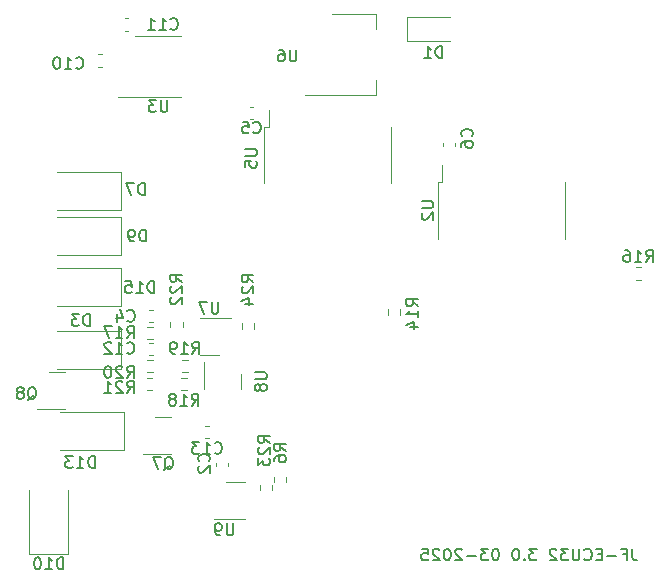
<source format=gbr>
%TF.GenerationSoftware,KiCad,Pcbnew,7.0.11-rc3*%
%TF.CreationDate,2025-03-19T02:12:51+01:00*%
%TF.ProjectId,jf-ecu32.7,6a662d65-6375-4333-922e-372e6b696361,rev?*%
%TF.SameCoordinates,Original*%
%TF.FileFunction,Legend,Bot*%
%TF.FilePolarity,Positive*%
%FSLAX46Y46*%
G04 Gerber Fmt 4.6, Leading zero omitted, Abs format (unit mm)*
G04 Created by KiCad (PCBNEW 7.0.11-rc3) date 2025-03-19 02:12:51*
%MOMM*%
%LPD*%
G01*
G04 APERTURE LIST*
%ADD10C,0.150000*%
%ADD11C,0.120000*%
G04 APERTURE END LIST*
D10*
X77201904Y-196004819D02*
X77201904Y-196719104D01*
X77201904Y-196719104D02*
X77249523Y-196861961D01*
X77249523Y-196861961D02*
X77344761Y-196957200D01*
X77344761Y-196957200D02*
X77487618Y-197004819D01*
X77487618Y-197004819D02*
X77582856Y-197004819D01*
X76392380Y-196481009D02*
X76725713Y-196481009D01*
X76725713Y-197004819D02*
X76725713Y-196004819D01*
X76725713Y-196004819D02*
X76249523Y-196004819D01*
X75868570Y-196623866D02*
X75106666Y-196623866D01*
X74630475Y-196481009D02*
X74297142Y-196481009D01*
X74154285Y-197004819D02*
X74630475Y-197004819D01*
X74630475Y-197004819D02*
X74630475Y-196004819D01*
X74630475Y-196004819D02*
X74154285Y-196004819D01*
X73154285Y-196909580D02*
X73201904Y-196957200D01*
X73201904Y-196957200D02*
X73344761Y-197004819D01*
X73344761Y-197004819D02*
X73439999Y-197004819D01*
X73439999Y-197004819D02*
X73582856Y-196957200D01*
X73582856Y-196957200D02*
X73678094Y-196861961D01*
X73678094Y-196861961D02*
X73725713Y-196766723D01*
X73725713Y-196766723D02*
X73773332Y-196576247D01*
X73773332Y-196576247D02*
X73773332Y-196433390D01*
X73773332Y-196433390D02*
X73725713Y-196242914D01*
X73725713Y-196242914D02*
X73678094Y-196147676D01*
X73678094Y-196147676D02*
X73582856Y-196052438D01*
X73582856Y-196052438D02*
X73439999Y-196004819D01*
X73439999Y-196004819D02*
X73344761Y-196004819D01*
X73344761Y-196004819D02*
X73201904Y-196052438D01*
X73201904Y-196052438D02*
X73154285Y-196100057D01*
X72725713Y-196004819D02*
X72725713Y-196814342D01*
X72725713Y-196814342D02*
X72678094Y-196909580D01*
X72678094Y-196909580D02*
X72630475Y-196957200D01*
X72630475Y-196957200D02*
X72535237Y-197004819D01*
X72535237Y-197004819D02*
X72344761Y-197004819D01*
X72344761Y-197004819D02*
X72249523Y-196957200D01*
X72249523Y-196957200D02*
X72201904Y-196909580D01*
X72201904Y-196909580D02*
X72154285Y-196814342D01*
X72154285Y-196814342D02*
X72154285Y-196004819D01*
X71773332Y-196004819D02*
X71154285Y-196004819D01*
X71154285Y-196004819D02*
X71487618Y-196385771D01*
X71487618Y-196385771D02*
X71344761Y-196385771D01*
X71344761Y-196385771D02*
X71249523Y-196433390D01*
X71249523Y-196433390D02*
X71201904Y-196481009D01*
X71201904Y-196481009D02*
X71154285Y-196576247D01*
X71154285Y-196576247D02*
X71154285Y-196814342D01*
X71154285Y-196814342D02*
X71201904Y-196909580D01*
X71201904Y-196909580D02*
X71249523Y-196957200D01*
X71249523Y-196957200D02*
X71344761Y-197004819D01*
X71344761Y-197004819D02*
X71630475Y-197004819D01*
X71630475Y-197004819D02*
X71725713Y-196957200D01*
X71725713Y-196957200D02*
X71773332Y-196909580D01*
X70773332Y-196100057D02*
X70725713Y-196052438D01*
X70725713Y-196052438D02*
X70630475Y-196004819D01*
X70630475Y-196004819D02*
X70392380Y-196004819D01*
X70392380Y-196004819D02*
X70297142Y-196052438D01*
X70297142Y-196052438D02*
X70249523Y-196100057D01*
X70249523Y-196100057D02*
X70201904Y-196195295D01*
X70201904Y-196195295D02*
X70201904Y-196290533D01*
X70201904Y-196290533D02*
X70249523Y-196433390D01*
X70249523Y-196433390D02*
X70820951Y-197004819D01*
X70820951Y-197004819D02*
X70201904Y-197004819D01*
X69106665Y-196004819D02*
X68487618Y-196004819D01*
X68487618Y-196004819D02*
X68820951Y-196385771D01*
X68820951Y-196385771D02*
X68678094Y-196385771D01*
X68678094Y-196385771D02*
X68582856Y-196433390D01*
X68582856Y-196433390D02*
X68535237Y-196481009D01*
X68535237Y-196481009D02*
X68487618Y-196576247D01*
X68487618Y-196576247D02*
X68487618Y-196814342D01*
X68487618Y-196814342D02*
X68535237Y-196909580D01*
X68535237Y-196909580D02*
X68582856Y-196957200D01*
X68582856Y-196957200D02*
X68678094Y-197004819D01*
X68678094Y-197004819D02*
X68963808Y-197004819D01*
X68963808Y-197004819D02*
X69059046Y-196957200D01*
X69059046Y-196957200D02*
X69106665Y-196909580D01*
X68059046Y-196909580D02*
X68011427Y-196957200D01*
X68011427Y-196957200D02*
X68059046Y-197004819D01*
X68059046Y-197004819D02*
X68106665Y-196957200D01*
X68106665Y-196957200D02*
X68059046Y-196909580D01*
X68059046Y-196909580D02*
X68059046Y-197004819D01*
X67392380Y-196004819D02*
X67297142Y-196004819D01*
X67297142Y-196004819D02*
X67201904Y-196052438D01*
X67201904Y-196052438D02*
X67154285Y-196100057D01*
X67154285Y-196100057D02*
X67106666Y-196195295D01*
X67106666Y-196195295D02*
X67059047Y-196385771D01*
X67059047Y-196385771D02*
X67059047Y-196623866D01*
X67059047Y-196623866D02*
X67106666Y-196814342D01*
X67106666Y-196814342D02*
X67154285Y-196909580D01*
X67154285Y-196909580D02*
X67201904Y-196957200D01*
X67201904Y-196957200D02*
X67297142Y-197004819D01*
X67297142Y-197004819D02*
X67392380Y-197004819D01*
X67392380Y-197004819D02*
X67487618Y-196957200D01*
X67487618Y-196957200D02*
X67535237Y-196909580D01*
X67535237Y-196909580D02*
X67582856Y-196814342D01*
X67582856Y-196814342D02*
X67630475Y-196623866D01*
X67630475Y-196623866D02*
X67630475Y-196385771D01*
X67630475Y-196385771D02*
X67582856Y-196195295D01*
X67582856Y-196195295D02*
X67535237Y-196100057D01*
X67535237Y-196100057D02*
X67487618Y-196052438D01*
X67487618Y-196052438D02*
X67392380Y-196004819D01*
X65678094Y-196004819D02*
X65582856Y-196004819D01*
X65582856Y-196004819D02*
X65487618Y-196052438D01*
X65487618Y-196052438D02*
X65439999Y-196100057D01*
X65439999Y-196100057D02*
X65392380Y-196195295D01*
X65392380Y-196195295D02*
X65344761Y-196385771D01*
X65344761Y-196385771D02*
X65344761Y-196623866D01*
X65344761Y-196623866D02*
X65392380Y-196814342D01*
X65392380Y-196814342D02*
X65439999Y-196909580D01*
X65439999Y-196909580D02*
X65487618Y-196957200D01*
X65487618Y-196957200D02*
X65582856Y-197004819D01*
X65582856Y-197004819D02*
X65678094Y-197004819D01*
X65678094Y-197004819D02*
X65773332Y-196957200D01*
X65773332Y-196957200D02*
X65820951Y-196909580D01*
X65820951Y-196909580D02*
X65868570Y-196814342D01*
X65868570Y-196814342D02*
X65916189Y-196623866D01*
X65916189Y-196623866D02*
X65916189Y-196385771D01*
X65916189Y-196385771D02*
X65868570Y-196195295D01*
X65868570Y-196195295D02*
X65820951Y-196100057D01*
X65820951Y-196100057D02*
X65773332Y-196052438D01*
X65773332Y-196052438D02*
X65678094Y-196004819D01*
X65011427Y-196004819D02*
X64392380Y-196004819D01*
X64392380Y-196004819D02*
X64725713Y-196385771D01*
X64725713Y-196385771D02*
X64582856Y-196385771D01*
X64582856Y-196385771D02*
X64487618Y-196433390D01*
X64487618Y-196433390D02*
X64439999Y-196481009D01*
X64439999Y-196481009D02*
X64392380Y-196576247D01*
X64392380Y-196576247D02*
X64392380Y-196814342D01*
X64392380Y-196814342D02*
X64439999Y-196909580D01*
X64439999Y-196909580D02*
X64487618Y-196957200D01*
X64487618Y-196957200D02*
X64582856Y-197004819D01*
X64582856Y-197004819D02*
X64868570Y-197004819D01*
X64868570Y-197004819D02*
X64963808Y-196957200D01*
X64963808Y-196957200D02*
X65011427Y-196909580D01*
X63963808Y-196623866D02*
X63201904Y-196623866D01*
X62773332Y-196100057D02*
X62725713Y-196052438D01*
X62725713Y-196052438D02*
X62630475Y-196004819D01*
X62630475Y-196004819D02*
X62392380Y-196004819D01*
X62392380Y-196004819D02*
X62297142Y-196052438D01*
X62297142Y-196052438D02*
X62249523Y-196100057D01*
X62249523Y-196100057D02*
X62201904Y-196195295D01*
X62201904Y-196195295D02*
X62201904Y-196290533D01*
X62201904Y-196290533D02*
X62249523Y-196433390D01*
X62249523Y-196433390D02*
X62820951Y-197004819D01*
X62820951Y-197004819D02*
X62201904Y-197004819D01*
X61582856Y-196004819D02*
X61487618Y-196004819D01*
X61487618Y-196004819D02*
X61392380Y-196052438D01*
X61392380Y-196052438D02*
X61344761Y-196100057D01*
X61344761Y-196100057D02*
X61297142Y-196195295D01*
X61297142Y-196195295D02*
X61249523Y-196385771D01*
X61249523Y-196385771D02*
X61249523Y-196623866D01*
X61249523Y-196623866D02*
X61297142Y-196814342D01*
X61297142Y-196814342D02*
X61344761Y-196909580D01*
X61344761Y-196909580D02*
X61392380Y-196957200D01*
X61392380Y-196957200D02*
X61487618Y-197004819D01*
X61487618Y-197004819D02*
X61582856Y-197004819D01*
X61582856Y-197004819D02*
X61678094Y-196957200D01*
X61678094Y-196957200D02*
X61725713Y-196909580D01*
X61725713Y-196909580D02*
X61773332Y-196814342D01*
X61773332Y-196814342D02*
X61820951Y-196623866D01*
X61820951Y-196623866D02*
X61820951Y-196385771D01*
X61820951Y-196385771D02*
X61773332Y-196195295D01*
X61773332Y-196195295D02*
X61725713Y-196100057D01*
X61725713Y-196100057D02*
X61678094Y-196052438D01*
X61678094Y-196052438D02*
X61582856Y-196004819D01*
X60868570Y-196100057D02*
X60820951Y-196052438D01*
X60820951Y-196052438D02*
X60725713Y-196004819D01*
X60725713Y-196004819D02*
X60487618Y-196004819D01*
X60487618Y-196004819D02*
X60392380Y-196052438D01*
X60392380Y-196052438D02*
X60344761Y-196100057D01*
X60344761Y-196100057D02*
X60297142Y-196195295D01*
X60297142Y-196195295D02*
X60297142Y-196290533D01*
X60297142Y-196290533D02*
X60344761Y-196433390D01*
X60344761Y-196433390D02*
X60916189Y-197004819D01*
X60916189Y-197004819D02*
X60297142Y-197004819D01*
X59392380Y-196004819D02*
X59868570Y-196004819D01*
X59868570Y-196004819D02*
X59916189Y-196481009D01*
X59916189Y-196481009D02*
X59868570Y-196433390D01*
X59868570Y-196433390D02*
X59773332Y-196385771D01*
X59773332Y-196385771D02*
X59535237Y-196385771D01*
X59535237Y-196385771D02*
X59439999Y-196433390D01*
X59439999Y-196433390D02*
X59392380Y-196481009D01*
X59392380Y-196481009D02*
X59344761Y-196576247D01*
X59344761Y-196576247D02*
X59344761Y-196814342D01*
X59344761Y-196814342D02*
X59392380Y-196909580D01*
X59392380Y-196909580D02*
X59439999Y-196957200D01*
X59439999Y-196957200D02*
X59535237Y-197004819D01*
X59535237Y-197004819D02*
X59773332Y-197004819D01*
X59773332Y-197004819D02*
X59868570Y-196957200D01*
X59868570Y-196957200D02*
X59916189Y-196909580D01*
X46524819Y-187057142D02*
X46048628Y-186723809D01*
X46524819Y-186485714D02*
X45524819Y-186485714D01*
X45524819Y-186485714D02*
X45524819Y-186866666D01*
X45524819Y-186866666D02*
X45572438Y-186961904D01*
X45572438Y-186961904D02*
X45620057Y-187009523D01*
X45620057Y-187009523D02*
X45715295Y-187057142D01*
X45715295Y-187057142D02*
X45858152Y-187057142D01*
X45858152Y-187057142D02*
X45953390Y-187009523D01*
X45953390Y-187009523D02*
X46001009Y-186961904D01*
X46001009Y-186961904D02*
X46048628Y-186866666D01*
X46048628Y-186866666D02*
X46048628Y-186485714D01*
X45620057Y-187438095D02*
X45572438Y-187485714D01*
X45572438Y-187485714D02*
X45524819Y-187580952D01*
X45524819Y-187580952D02*
X45524819Y-187819047D01*
X45524819Y-187819047D02*
X45572438Y-187914285D01*
X45572438Y-187914285D02*
X45620057Y-187961904D01*
X45620057Y-187961904D02*
X45715295Y-188009523D01*
X45715295Y-188009523D02*
X45810533Y-188009523D01*
X45810533Y-188009523D02*
X45953390Y-187961904D01*
X45953390Y-187961904D02*
X46524819Y-187390476D01*
X46524819Y-187390476D02*
X46524819Y-188009523D01*
X45524819Y-188342857D02*
X45524819Y-188961904D01*
X45524819Y-188961904D02*
X45905771Y-188628571D01*
X45905771Y-188628571D02*
X45905771Y-188771428D01*
X45905771Y-188771428D02*
X45953390Y-188866666D01*
X45953390Y-188866666D02*
X46001009Y-188914285D01*
X46001009Y-188914285D02*
X46096247Y-188961904D01*
X46096247Y-188961904D02*
X46334342Y-188961904D01*
X46334342Y-188961904D02*
X46429580Y-188914285D01*
X46429580Y-188914285D02*
X46477200Y-188866666D01*
X46477200Y-188866666D02*
X46524819Y-188771428D01*
X46524819Y-188771428D02*
X46524819Y-188485714D01*
X46524819Y-188485714D02*
X46477200Y-188390476D01*
X46477200Y-188390476D02*
X46429580Y-188342857D01*
X36044094Y-169999819D02*
X36044094Y-168999819D01*
X36044094Y-168999819D02*
X35805999Y-168999819D01*
X35805999Y-168999819D02*
X35663142Y-169047438D01*
X35663142Y-169047438D02*
X35567904Y-169142676D01*
X35567904Y-169142676D02*
X35520285Y-169237914D01*
X35520285Y-169237914D02*
X35472666Y-169428390D01*
X35472666Y-169428390D02*
X35472666Y-169571247D01*
X35472666Y-169571247D02*
X35520285Y-169761723D01*
X35520285Y-169761723D02*
X35567904Y-169856961D01*
X35567904Y-169856961D02*
X35663142Y-169952200D01*
X35663142Y-169952200D02*
X35805999Y-169999819D01*
X35805999Y-169999819D02*
X36044094Y-169999819D01*
X34996475Y-169999819D02*
X34805999Y-169999819D01*
X34805999Y-169999819D02*
X34710761Y-169952200D01*
X34710761Y-169952200D02*
X34663142Y-169904580D01*
X34663142Y-169904580D02*
X34567904Y-169761723D01*
X34567904Y-169761723D02*
X34520285Y-169571247D01*
X34520285Y-169571247D02*
X34520285Y-169190295D01*
X34520285Y-169190295D02*
X34567904Y-169095057D01*
X34567904Y-169095057D02*
X34615523Y-169047438D01*
X34615523Y-169047438D02*
X34710761Y-168999819D01*
X34710761Y-168999819D02*
X34901237Y-168999819D01*
X34901237Y-168999819D02*
X34996475Y-169047438D01*
X34996475Y-169047438D02*
X35044094Y-169095057D01*
X35044094Y-169095057D02*
X35091713Y-169190295D01*
X35091713Y-169190295D02*
X35091713Y-169428390D01*
X35091713Y-169428390D02*
X35044094Y-169523628D01*
X35044094Y-169523628D02*
X34996475Y-169571247D01*
X34996475Y-169571247D02*
X34901237Y-169618866D01*
X34901237Y-169618866D02*
X34710761Y-169618866D01*
X34710761Y-169618866D02*
X34615523Y-169571247D01*
X34615523Y-169571247D02*
X34567904Y-169523628D01*
X34567904Y-169523628D02*
X34520285Y-169428390D01*
X61116094Y-154473819D02*
X61116094Y-153473819D01*
X61116094Y-153473819D02*
X60877999Y-153473819D01*
X60877999Y-153473819D02*
X60735142Y-153521438D01*
X60735142Y-153521438D02*
X60639904Y-153616676D01*
X60639904Y-153616676D02*
X60592285Y-153711914D01*
X60592285Y-153711914D02*
X60544666Y-153902390D01*
X60544666Y-153902390D02*
X60544666Y-154045247D01*
X60544666Y-154045247D02*
X60592285Y-154235723D01*
X60592285Y-154235723D02*
X60639904Y-154330961D01*
X60639904Y-154330961D02*
X60735142Y-154426200D01*
X60735142Y-154426200D02*
X60877999Y-154473819D01*
X60877999Y-154473819D02*
X61116094Y-154473819D01*
X59592285Y-154473819D02*
X60163713Y-154473819D01*
X59877999Y-154473819D02*
X59877999Y-153473819D01*
X59877999Y-153473819D02*
X59973237Y-153616676D01*
X59973237Y-153616676D02*
X60068475Y-153711914D01*
X60068475Y-153711914D02*
X60163713Y-153759533D01*
X42169404Y-175108819D02*
X42169404Y-175918342D01*
X42169404Y-175918342D02*
X42121785Y-176013580D01*
X42121785Y-176013580D02*
X42074166Y-176061200D01*
X42074166Y-176061200D02*
X41978928Y-176108819D01*
X41978928Y-176108819D02*
X41788452Y-176108819D01*
X41788452Y-176108819D02*
X41693214Y-176061200D01*
X41693214Y-176061200D02*
X41645595Y-176013580D01*
X41645595Y-176013580D02*
X41597976Y-175918342D01*
X41597976Y-175918342D02*
X41597976Y-175108819D01*
X41217023Y-175108819D02*
X40550357Y-175108819D01*
X40550357Y-175108819D02*
X40978928Y-176108819D01*
X45251819Y-181089595D02*
X46061342Y-181089595D01*
X46061342Y-181089595D02*
X46156580Y-181137214D01*
X46156580Y-181137214D02*
X46204200Y-181184833D01*
X46204200Y-181184833D02*
X46251819Y-181280071D01*
X46251819Y-181280071D02*
X46251819Y-181470547D01*
X46251819Y-181470547D02*
X46204200Y-181565785D01*
X46204200Y-181565785D02*
X46156580Y-181613404D01*
X46156580Y-181613404D02*
X46061342Y-181661023D01*
X46061342Y-181661023D02*
X45251819Y-181661023D01*
X45680390Y-182280071D02*
X45632771Y-182184833D01*
X45632771Y-182184833D02*
X45585152Y-182137214D01*
X45585152Y-182137214D02*
X45489914Y-182089595D01*
X45489914Y-182089595D02*
X45442295Y-182089595D01*
X45442295Y-182089595D02*
X45347057Y-182137214D01*
X45347057Y-182137214D02*
X45299438Y-182184833D01*
X45299438Y-182184833D02*
X45251819Y-182280071D01*
X45251819Y-182280071D02*
X45251819Y-182470547D01*
X45251819Y-182470547D02*
X45299438Y-182565785D01*
X45299438Y-182565785D02*
X45347057Y-182613404D01*
X45347057Y-182613404D02*
X45442295Y-182661023D01*
X45442295Y-182661023D02*
X45489914Y-182661023D01*
X45489914Y-182661023D02*
X45585152Y-182613404D01*
X45585152Y-182613404D02*
X45632771Y-182565785D01*
X45632771Y-182565785D02*
X45680390Y-182470547D01*
X45680390Y-182470547D02*
X45680390Y-182280071D01*
X45680390Y-182280071D02*
X45728009Y-182184833D01*
X45728009Y-182184833D02*
X45775628Y-182137214D01*
X45775628Y-182137214D02*
X45870866Y-182089595D01*
X45870866Y-182089595D02*
X46061342Y-182089595D01*
X46061342Y-182089595D02*
X46156580Y-182137214D01*
X46156580Y-182137214D02*
X46204200Y-182184833D01*
X46204200Y-182184833D02*
X46251819Y-182280071D01*
X46251819Y-182280071D02*
X46251819Y-182470547D01*
X46251819Y-182470547D02*
X46204200Y-182565785D01*
X46204200Y-182565785D02*
X46156580Y-182613404D01*
X46156580Y-182613404D02*
X46061342Y-182661023D01*
X46061342Y-182661023D02*
X45870866Y-182661023D01*
X45870866Y-182661023D02*
X45775628Y-182613404D01*
X45775628Y-182613404D02*
X45728009Y-182565785D01*
X45728009Y-182565785D02*
X45680390Y-182470547D01*
X37845904Y-158048819D02*
X37845904Y-158858342D01*
X37845904Y-158858342D02*
X37798285Y-158953580D01*
X37798285Y-158953580D02*
X37750666Y-159001200D01*
X37750666Y-159001200D02*
X37655428Y-159048819D01*
X37655428Y-159048819D02*
X37464952Y-159048819D01*
X37464952Y-159048819D02*
X37369714Y-159001200D01*
X37369714Y-159001200D02*
X37322095Y-158953580D01*
X37322095Y-158953580D02*
X37274476Y-158858342D01*
X37274476Y-158858342D02*
X37274476Y-158048819D01*
X36893523Y-158048819D02*
X36274476Y-158048819D01*
X36274476Y-158048819D02*
X36607809Y-158429771D01*
X36607809Y-158429771D02*
X36464952Y-158429771D01*
X36464952Y-158429771D02*
X36369714Y-158477390D01*
X36369714Y-158477390D02*
X36322095Y-158525009D01*
X36322095Y-158525009D02*
X36274476Y-158620247D01*
X36274476Y-158620247D02*
X36274476Y-158858342D01*
X36274476Y-158858342D02*
X36322095Y-158953580D01*
X36322095Y-158953580D02*
X36369714Y-159001200D01*
X36369714Y-159001200D02*
X36464952Y-159048819D01*
X36464952Y-159048819D02*
X36750666Y-159048819D01*
X36750666Y-159048819D02*
X36845904Y-159001200D01*
X36845904Y-159001200D02*
X36893523Y-158953580D01*
X41349580Y-188628333D02*
X41397200Y-188580714D01*
X41397200Y-188580714D02*
X41444819Y-188437857D01*
X41444819Y-188437857D02*
X41444819Y-188342619D01*
X41444819Y-188342619D02*
X41397200Y-188199762D01*
X41397200Y-188199762D02*
X41301961Y-188104524D01*
X41301961Y-188104524D02*
X41206723Y-188056905D01*
X41206723Y-188056905D02*
X41016247Y-188009286D01*
X41016247Y-188009286D02*
X40873390Y-188009286D01*
X40873390Y-188009286D02*
X40682914Y-188056905D01*
X40682914Y-188056905D02*
X40587676Y-188104524D01*
X40587676Y-188104524D02*
X40492438Y-188199762D01*
X40492438Y-188199762D02*
X40444819Y-188342619D01*
X40444819Y-188342619D02*
X40444819Y-188437857D01*
X40444819Y-188437857D02*
X40492438Y-188580714D01*
X40492438Y-188580714D02*
X40540057Y-188628333D01*
X40540057Y-189009286D02*
X40492438Y-189056905D01*
X40492438Y-189056905D02*
X40444819Y-189152143D01*
X40444819Y-189152143D02*
X40444819Y-189390238D01*
X40444819Y-189390238D02*
X40492438Y-189485476D01*
X40492438Y-189485476D02*
X40540057Y-189533095D01*
X40540057Y-189533095D02*
X40635295Y-189580714D01*
X40635295Y-189580714D02*
X40730533Y-189580714D01*
X40730533Y-189580714D02*
X40873390Y-189533095D01*
X40873390Y-189533095D02*
X41444819Y-188961667D01*
X41444819Y-188961667D02*
X41444819Y-189580714D01*
X29034285Y-197754819D02*
X29034285Y-196754819D01*
X29034285Y-196754819D02*
X28796190Y-196754819D01*
X28796190Y-196754819D02*
X28653333Y-196802438D01*
X28653333Y-196802438D02*
X28558095Y-196897676D01*
X28558095Y-196897676D02*
X28510476Y-196992914D01*
X28510476Y-196992914D02*
X28462857Y-197183390D01*
X28462857Y-197183390D02*
X28462857Y-197326247D01*
X28462857Y-197326247D02*
X28510476Y-197516723D01*
X28510476Y-197516723D02*
X28558095Y-197611961D01*
X28558095Y-197611961D02*
X28653333Y-197707200D01*
X28653333Y-197707200D02*
X28796190Y-197754819D01*
X28796190Y-197754819D02*
X29034285Y-197754819D01*
X27510476Y-197754819D02*
X28081904Y-197754819D01*
X27796190Y-197754819D02*
X27796190Y-196754819D01*
X27796190Y-196754819D02*
X27891428Y-196897676D01*
X27891428Y-196897676D02*
X27986666Y-196992914D01*
X27986666Y-196992914D02*
X28081904Y-197040533D01*
X26891428Y-196754819D02*
X26796190Y-196754819D01*
X26796190Y-196754819D02*
X26700952Y-196802438D01*
X26700952Y-196802438D02*
X26653333Y-196850057D01*
X26653333Y-196850057D02*
X26605714Y-196945295D01*
X26605714Y-196945295D02*
X26558095Y-197135771D01*
X26558095Y-197135771D02*
X26558095Y-197373866D01*
X26558095Y-197373866D02*
X26605714Y-197564342D01*
X26605714Y-197564342D02*
X26653333Y-197659580D01*
X26653333Y-197659580D02*
X26700952Y-197707200D01*
X26700952Y-197707200D02*
X26796190Y-197754819D01*
X26796190Y-197754819D02*
X26891428Y-197754819D01*
X26891428Y-197754819D02*
X26986666Y-197707200D01*
X26986666Y-197707200D02*
X27034285Y-197659580D01*
X27034285Y-197659580D02*
X27081904Y-197564342D01*
X27081904Y-197564342D02*
X27129523Y-197373866D01*
X27129523Y-197373866D02*
X27129523Y-197135771D01*
X27129523Y-197135771D02*
X27081904Y-196945295D01*
X27081904Y-196945295D02*
X27034285Y-196850057D01*
X27034285Y-196850057D02*
X26986666Y-196802438D01*
X26986666Y-196802438D02*
X26891428Y-196754819D01*
X45111666Y-160760580D02*
X45159285Y-160808200D01*
X45159285Y-160808200D02*
X45302142Y-160855819D01*
X45302142Y-160855819D02*
X45397380Y-160855819D01*
X45397380Y-160855819D02*
X45540237Y-160808200D01*
X45540237Y-160808200D02*
X45635475Y-160712961D01*
X45635475Y-160712961D02*
X45683094Y-160617723D01*
X45683094Y-160617723D02*
X45730713Y-160427247D01*
X45730713Y-160427247D02*
X45730713Y-160284390D01*
X45730713Y-160284390D02*
X45683094Y-160093914D01*
X45683094Y-160093914D02*
X45635475Y-159998676D01*
X45635475Y-159998676D02*
X45540237Y-159903438D01*
X45540237Y-159903438D02*
X45397380Y-159855819D01*
X45397380Y-159855819D02*
X45302142Y-159855819D01*
X45302142Y-159855819D02*
X45159285Y-159903438D01*
X45159285Y-159903438D02*
X45111666Y-159951057D01*
X44206904Y-159855819D02*
X44683094Y-159855819D01*
X44683094Y-159855819D02*
X44730713Y-160332009D01*
X44730713Y-160332009D02*
X44683094Y-160284390D01*
X44683094Y-160284390D02*
X44587856Y-160236771D01*
X44587856Y-160236771D02*
X44349761Y-160236771D01*
X44349761Y-160236771D02*
X44254523Y-160284390D01*
X44254523Y-160284390D02*
X44206904Y-160332009D01*
X44206904Y-160332009D02*
X44159285Y-160427247D01*
X44159285Y-160427247D02*
X44159285Y-160665342D01*
X44159285Y-160665342D02*
X44206904Y-160760580D01*
X44206904Y-160760580D02*
X44254523Y-160808200D01*
X44254523Y-160808200D02*
X44349761Y-160855819D01*
X44349761Y-160855819D02*
X44587856Y-160855819D01*
X44587856Y-160855819D02*
X44683094Y-160808200D01*
X44683094Y-160808200D02*
X44730713Y-160760580D01*
X78366857Y-171744819D02*
X78700190Y-171268628D01*
X78938285Y-171744819D02*
X78938285Y-170744819D01*
X78938285Y-170744819D02*
X78557333Y-170744819D01*
X78557333Y-170744819D02*
X78462095Y-170792438D01*
X78462095Y-170792438D02*
X78414476Y-170840057D01*
X78414476Y-170840057D02*
X78366857Y-170935295D01*
X78366857Y-170935295D02*
X78366857Y-171078152D01*
X78366857Y-171078152D02*
X78414476Y-171173390D01*
X78414476Y-171173390D02*
X78462095Y-171221009D01*
X78462095Y-171221009D02*
X78557333Y-171268628D01*
X78557333Y-171268628D02*
X78938285Y-171268628D01*
X77414476Y-171744819D02*
X77985904Y-171744819D01*
X77700190Y-171744819D02*
X77700190Y-170744819D01*
X77700190Y-170744819D02*
X77795428Y-170887676D01*
X77795428Y-170887676D02*
X77890666Y-170982914D01*
X77890666Y-170982914D02*
X77985904Y-171030533D01*
X76557333Y-170744819D02*
X76747809Y-170744819D01*
X76747809Y-170744819D02*
X76843047Y-170792438D01*
X76843047Y-170792438D02*
X76890666Y-170840057D01*
X76890666Y-170840057D02*
X76985904Y-170982914D01*
X76985904Y-170982914D02*
X77033523Y-171173390D01*
X77033523Y-171173390D02*
X77033523Y-171554342D01*
X77033523Y-171554342D02*
X76985904Y-171649580D01*
X76985904Y-171649580D02*
X76938285Y-171697200D01*
X76938285Y-171697200D02*
X76843047Y-171744819D01*
X76843047Y-171744819D02*
X76652571Y-171744819D01*
X76652571Y-171744819D02*
X76557333Y-171697200D01*
X76557333Y-171697200D02*
X76509714Y-171649580D01*
X76509714Y-171649580D02*
X76462095Y-171554342D01*
X76462095Y-171554342D02*
X76462095Y-171316247D01*
X76462095Y-171316247D02*
X76509714Y-171221009D01*
X76509714Y-171221009D02*
X76557333Y-171173390D01*
X76557333Y-171173390D02*
X76652571Y-171125771D01*
X76652571Y-171125771D02*
X76843047Y-171125771D01*
X76843047Y-171125771D02*
X76938285Y-171173390D01*
X76938285Y-171173390D02*
X76985904Y-171221009D01*
X76985904Y-171221009D02*
X77033523Y-171316247D01*
X37577738Y-189360057D02*
X37672976Y-189312438D01*
X37672976Y-189312438D02*
X37768214Y-189217200D01*
X37768214Y-189217200D02*
X37911071Y-189074342D01*
X37911071Y-189074342D02*
X38006309Y-189026723D01*
X38006309Y-189026723D02*
X38101547Y-189026723D01*
X38053928Y-189264819D02*
X38149166Y-189217200D01*
X38149166Y-189217200D02*
X38244404Y-189121961D01*
X38244404Y-189121961D02*
X38292023Y-188931485D01*
X38292023Y-188931485D02*
X38292023Y-188598152D01*
X38292023Y-188598152D02*
X38244404Y-188407676D01*
X38244404Y-188407676D02*
X38149166Y-188312438D01*
X38149166Y-188312438D02*
X38053928Y-188264819D01*
X38053928Y-188264819D02*
X37863452Y-188264819D01*
X37863452Y-188264819D02*
X37768214Y-188312438D01*
X37768214Y-188312438D02*
X37672976Y-188407676D01*
X37672976Y-188407676D02*
X37625357Y-188598152D01*
X37625357Y-188598152D02*
X37625357Y-188931485D01*
X37625357Y-188931485D02*
X37672976Y-189121961D01*
X37672976Y-189121961D02*
X37768214Y-189217200D01*
X37768214Y-189217200D02*
X37863452Y-189264819D01*
X37863452Y-189264819D02*
X38053928Y-189264819D01*
X37292023Y-188264819D02*
X36625357Y-188264819D01*
X36625357Y-188264819D02*
X37053928Y-189264819D01*
X63605580Y-161110333D02*
X63653200Y-161062714D01*
X63653200Y-161062714D02*
X63700819Y-160919857D01*
X63700819Y-160919857D02*
X63700819Y-160824619D01*
X63700819Y-160824619D02*
X63653200Y-160681762D01*
X63653200Y-160681762D02*
X63557961Y-160586524D01*
X63557961Y-160586524D02*
X63462723Y-160538905D01*
X63462723Y-160538905D02*
X63272247Y-160491286D01*
X63272247Y-160491286D02*
X63129390Y-160491286D01*
X63129390Y-160491286D02*
X62938914Y-160538905D01*
X62938914Y-160538905D02*
X62843676Y-160586524D01*
X62843676Y-160586524D02*
X62748438Y-160681762D01*
X62748438Y-160681762D02*
X62700819Y-160824619D01*
X62700819Y-160824619D02*
X62700819Y-160919857D01*
X62700819Y-160919857D02*
X62748438Y-161062714D01*
X62748438Y-161062714D02*
X62796057Y-161110333D01*
X62700819Y-161967476D02*
X62700819Y-161777000D01*
X62700819Y-161777000D02*
X62748438Y-161681762D01*
X62748438Y-161681762D02*
X62796057Y-161634143D01*
X62796057Y-161634143D02*
X62938914Y-161538905D01*
X62938914Y-161538905D02*
X63129390Y-161491286D01*
X63129390Y-161491286D02*
X63510342Y-161491286D01*
X63510342Y-161491286D02*
X63605580Y-161538905D01*
X63605580Y-161538905D02*
X63653200Y-161586524D01*
X63653200Y-161586524D02*
X63700819Y-161681762D01*
X63700819Y-161681762D02*
X63700819Y-161872238D01*
X63700819Y-161872238D02*
X63653200Y-161967476D01*
X63653200Y-161967476D02*
X63605580Y-162015095D01*
X63605580Y-162015095D02*
X63510342Y-162062714D01*
X63510342Y-162062714D02*
X63272247Y-162062714D01*
X63272247Y-162062714D02*
X63177009Y-162015095D01*
X63177009Y-162015095D02*
X63129390Y-161967476D01*
X63129390Y-161967476D02*
X63081771Y-161872238D01*
X63081771Y-161872238D02*
X63081771Y-161681762D01*
X63081771Y-161681762D02*
X63129390Y-161586524D01*
X63129390Y-161586524D02*
X63177009Y-161538905D01*
X63177009Y-161538905D02*
X63272247Y-161491286D01*
X30106857Y-155299580D02*
X30154476Y-155347200D01*
X30154476Y-155347200D02*
X30297333Y-155394819D01*
X30297333Y-155394819D02*
X30392571Y-155394819D01*
X30392571Y-155394819D02*
X30535428Y-155347200D01*
X30535428Y-155347200D02*
X30630666Y-155251961D01*
X30630666Y-155251961D02*
X30678285Y-155156723D01*
X30678285Y-155156723D02*
X30725904Y-154966247D01*
X30725904Y-154966247D02*
X30725904Y-154823390D01*
X30725904Y-154823390D02*
X30678285Y-154632914D01*
X30678285Y-154632914D02*
X30630666Y-154537676D01*
X30630666Y-154537676D02*
X30535428Y-154442438D01*
X30535428Y-154442438D02*
X30392571Y-154394819D01*
X30392571Y-154394819D02*
X30297333Y-154394819D01*
X30297333Y-154394819D02*
X30154476Y-154442438D01*
X30154476Y-154442438D02*
X30106857Y-154490057D01*
X29154476Y-155394819D02*
X29725904Y-155394819D01*
X29440190Y-155394819D02*
X29440190Y-154394819D01*
X29440190Y-154394819D02*
X29535428Y-154537676D01*
X29535428Y-154537676D02*
X29630666Y-154632914D01*
X29630666Y-154632914D02*
X29725904Y-154680533D01*
X28535428Y-154394819D02*
X28440190Y-154394819D01*
X28440190Y-154394819D02*
X28344952Y-154442438D01*
X28344952Y-154442438D02*
X28297333Y-154490057D01*
X28297333Y-154490057D02*
X28249714Y-154585295D01*
X28249714Y-154585295D02*
X28202095Y-154775771D01*
X28202095Y-154775771D02*
X28202095Y-155013866D01*
X28202095Y-155013866D02*
X28249714Y-155204342D01*
X28249714Y-155204342D02*
X28297333Y-155299580D01*
X28297333Y-155299580D02*
X28344952Y-155347200D01*
X28344952Y-155347200D02*
X28440190Y-155394819D01*
X28440190Y-155394819D02*
X28535428Y-155394819D01*
X28535428Y-155394819D02*
X28630666Y-155347200D01*
X28630666Y-155347200D02*
X28678285Y-155299580D01*
X28678285Y-155299580D02*
X28725904Y-155204342D01*
X28725904Y-155204342D02*
X28773523Y-155013866D01*
X28773523Y-155013866D02*
X28773523Y-154775771D01*
X28773523Y-154775771D02*
X28725904Y-154585295D01*
X28725904Y-154585295D02*
X28678285Y-154490057D01*
X28678285Y-154490057D02*
X28630666Y-154442438D01*
X28630666Y-154442438D02*
X28535428Y-154394819D01*
X34456666Y-176701580D02*
X34504285Y-176749200D01*
X34504285Y-176749200D02*
X34647142Y-176796819D01*
X34647142Y-176796819D02*
X34742380Y-176796819D01*
X34742380Y-176796819D02*
X34885237Y-176749200D01*
X34885237Y-176749200D02*
X34980475Y-176653961D01*
X34980475Y-176653961D02*
X35028094Y-176558723D01*
X35028094Y-176558723D02*
X35075713Y-176368247D01*
X35075713Y-176368247D02*
X35075713Y-176225390D01*
X35075713Y-176225390D02*
X35028094Y-176034914D01*
X35028094Y-176034914D02*
X34980475Y-175939676D01*
X34980475Y-175939676D02*
X34885237Y-175844438D01*
X34885237Y-175844438D02*
X34742380Y-175796819D01*
X34742380Y-175796819D02*
X34647142Y-175796819D01*
X34647142Y-175796819D02*
X34504285Y-175844438D01*
X34504285Y-175844438D02*
X34456666Y-175892057D01*
X33599523Y-176130152D02*
X33599523Y-176796819D01*
X33837618Y-175749200D02*
X34075713Y-176463485D01*
X34075713Y-176463485D02*
X33456666Y-176463485D01*
X34424857Y-178193819D02*
X34758190Y-177717628D01*
X34996285Y-178193819D02*
X34996285Y-177193819D01*
X34996285Y-177193819D02*
X34615333Y-177193819D01*
X34615333Y-177193819D02*
X34520095Y-177241438D01*
X34520095Y-177241438D02*
X34472476Y-177289057D01*
X34472476Y-177289057D02*
X34424857Y-177384295D01*
X34424857Y-177384295D02*
X34424857Y-177527152D01*
X34424857Y-177527152D02*
X34472476Y-177622390D01*
X34472476Y-177622390D02*
X34520095Y-177670009D01*
X34520095Y-177670009D02*
X34615333Y-177717628D01*
X34615333Y-177717628D02*
X34996285Y-177717628D01*
X33472476Y-178193819D02*
X34043904Y-178193819D01*
X33758190Y-178193819D02*
X33758190Y-177193819D01*
X33758190Y-177193819D02*
X33853428Y-177336676D01*
X33853428Y-177336676D02*
X33948666Y-177431914D01*
X33948666Y-177431914D02*
X34043904Y-177479533D01*
X33139142Y-177193819D02*
X32472476Y-177193819D01*
X32472476Y-177193819D02*
X32901047Y-178193819D01*
X36724285Y-174344819D02*
X36724285Y-173344819D01*
X36724285Y-173344819D02*
X36486190Y-173344819D01*
X36486190Y-173344819D02*
X36343333Y-173392438D01*
X36343333Y-173392438D02*
X36248095Y-173487676D01*
X36248095Y-173487676D02*
X36200476Y-173582914D01*
X36200476Y-173582914D02*
X36152857Y-173773390D01*
X36152857Y-173773390D02*
X36152857Y-173916247D01*
X36152857Y-173916247D02*
X36200476Y-174106723D01*
X36200476Y-174106723D02*
X36248095Y-174201961D01*
X36248095Y-174201961D02*
X36343333Y-174297200D01*
X36343333Y-174297200D02*
X36486190Y-174344819D01*
X36486190Y-174344819D02*
X36724285Y-174344819D01*
X35200476Y-174344819D02*
X35771904Y-174344819D01*
X35486190Y-174344819D02*
X35486190Y-173344819D01*
X35486190Y-173344819D02*
X35581428Y-173487676D01*
X35581428Y-173487676D02*
X35676666Y-173582914D01*
X35676666Y-173582914D02*
X35771904Y-173630533D01*
X34295714Y-173344819D02*
X34771904Y-173344819D01*
X34771904Y-173344819D02*
X34819523Y-173821009D01*
X34819523Y-173821009D02*
X34771904Y-173773390D01*
X34771904Y-173773390D02*
X34676666Y-173725771D01*
X34676666Y-173725771D02*
X34438571Y-173725771D01*
X34438571Y-173725771D02*
X34343333Y-173773390D01*
X34343333Y-173773390D02*
X34295714Y-173821009D01*
X34295714Y-173821009D02*
X34248095Y-173916247D01*
X34248095Y-173916247D02*
X34248095Y-174154342D01*
X34248095Y-174154342D02*
X34295714Y-174249580D01*
X34295714Y-174249580D02*
X34343333Y-174297200D01*
X34343333Y-174297200D02*
X34438571Y-174344819D01*
X34438571Y-174344819D02*
X34676666Y-174344819D01*
X34676666Y-174344819D02*
X34771904Y-174297200D01*
X34771904Y-174297200D02*
X34819523Y-174249580D01*
X39073819Y-173413142D02*
X38597628Y-173079809D01*
X39073819Y-172841714D02*
X38073819Y-172841714D01*
X38073819Y-172841714D02*
X38073819Y-173222666D01*
X38073819Y-173222666D02*
X38121438Y-173317904D01*
X38121438Y-173317904D02*
X38169057Y-173365523D01*
X38169057Y-173365523D02*
X38264295Y-173413142D01*
X38264295Y-173413142D02*
X38407152Y-173413142D01*
X38407152Y-173413142D02*
X38502390Y-173365523D01*
X38502390Y-173365523D02*
X38550009Y-173317904D01*
X38550009Y-173317904D02*
X38597628Y-173222666D01*
X38597628Y-173222666D02*
X38597628Y-172841714D01*
X38169057Y-173794095D02*
X38121438Y-173841714D01*
X38121438Y-173841714D02*
X38073819Y-173936952D01*
X38073819Y-173936952D02*
X38073819Y-174175047D01*
X38073819Y-174175047D02*
X38121438Y-174270285D01*
X38121438Y-174270285D02*
X38169057Y-174317904D01*
X38169057Y-174317904D02*
X38264295Y-174365523D01*
X38264295Y-174365523D02*
X38359533Y-174365523D01*
X38359533Y-174365523D02*
X38502390Y-174317904D01*
X38502390Y-174317904D02*
X39073819Y-173746476D01*
X39073819Y-173746476D02*
X39073819Y-174365523D01*
X38169057Y-174746476D02*
X38121438Y-174794095D01*
X38121438Y-174794095D02*
X38073819Y-174889333D01*
X38073819Y-174889333D02*
X38073819Y-175127428D01*
X38073819Y-175127428D02*
X38121438Y-175222666D01*
X38121438Y-175222666D02*
X38169057Y-175270285D01*
X38169057Y-175270285D02*
X38264295Y-175317904D01*
X38264295Y-175317904D02*
X38359533Y-175317904D01*
X38359533Y-175317904D02*
X38502390Y-175270285D01*
X38502390Y-175270285D02*
X39073819Y-174698857D01*
X39073819Y-174698857D02*
X39073819Y-175317904D01*
X34424857Y-181556819D02*
X34758190Y-181080628D01*
X34996285Y-181556819D02*
X34996285Y-180556819D01*
X34996285Y-180556819D02*
X34615333Y-180556819D01*
X34615333Y-180556819D02*
X34520095Y-180604438D01*
X34520095Y-180604438D02*
X34472476Y-180652057D01*
X34472476Y-180652057D02*
X34424857Y-180747295D01*
X34424857Y-180747295D02*
X34424857Y-180890152D01*
X34424857Y-180890152D02*
X34472476Y-180985390D01*
X34472476Y-180985390D02*
X34520095Y-181033009D01*
X34520095Y-181033009D02*
X34615333Y-181080628D01*
X34615333Y-181080628D02*
X34996285Y-181080628D01*
X34043904Y-180652057D02*
X33996285Y-180604438D01*
X33996285Y-180604438D02*
X33901047Y-180556819D01*
X33901047Y-180556819D02*
X33662952Y-180556819D01*
X33662952Y-180556819D02*
X33567714Y-180604438D01*
X33567714Y-180604438D02*
X33520095Y-180652057D01*
X33520095Y-180652057D02*
X33472476Y-180747295D01*
X33472476Y-180747295D02*
X33472476Y-180842533D01*
X33472476Y-180842533D02*
X33520095Y-180985390D01*
X33520095Y-180985390D02*
X34091523Y-181556819D01*
X34091523Y-181556819D02*
X33472476Y-181556819D01*
X32853428Y-180556819D02*
X32758190Y-180556819D01*
X32758190Y-180556819D02*
X32662952Y-180604438D01*
X32662952Y-180604438D02*
X32615333Y-180652057D01*
X32615333Y-180652057D02*
X32567714Y-180747295D01*
X32567714Y-180747295D02*
X32520095Y-180937771D01*
X32520095Y-180937771D02*
X32520095Y-181175866D01*
X32520095Y-181175866D02*
X32567714Y-181366342D01*
X32567714Y-181366342D02*
X32615333Y-181461580D01*
X32615333Y-181461580D02*
X32662952Y-181509200D01*
X32662952Y-181509200D02*
X32758190Y-181556819D01*
X32758190Y-181556819D02*
X32853428Y-181556819D01*
X32853428Y-181556819D02*
X32948666Y-181509200D01*
X32948666Y-181509200D02*
X32996285Y-181461580D01*
X32996285Y-181461580D02*
X33043904Y-181366342D01*
X33043904Y-181366342D02*
X33091523Y-181175866D01*
X33091523Y-181175866D02*
X33091523Y-180937771D01*
X33091523Y-180937771D02*
X33043904Y-180747295D01*
X33043904Y-180747295D02*
X32996285Y-180652057D01*
X32996285Y-180652057D02*
X32948666Y-180604438D01*
X32948666Y-180604438D02*
X32853428Y-180556819D01*
X45124819Y-173457142D02*
X44648628Y-173123809D01*
X45124819Y-172885714D02*
X44124819Y-172885714D01*
X44124819Y-172885714D02*
X44124819Y-173266666D01*
X44124819Y-173266666D02*
X44172438Y-173361904D01*
X44172438Y-173361904D02*
X44220057Y-173409523D01*
X44220057Y-173409523D02*
X44315295Y-173457142D01*
X44315295Y-173457142D02*
X44458152Y-173457142D01*
X44458152Y-173457142D02*
X44553390Y-173409523D01*
X44553390Y-173409523D02*
X44601009Y-173361904D01*
X44601009Y-173361904D02*
X44648628Y-173266666D01*
X44648628Y-173266666D02*
X44648628Y-172885714D01*
X44220057Y-173838095D02*
X44172438Y-173885714D01*
X44172438Y-173885714D02*
X44124819Y-173980952D01*
X44124819Y-173980952D02*
X44124819Y-174219047D01*
X44124819Y-174219047D02*
X44172438Y-174314285D01*
X44172438Y-174314285D02*
X44220057Y-174361904D01*
X44220057Y-174361904D02*
X44315295Y-174409523D01*
X44315295Y-174409523D02*
X44410533Y-174409523D01*
X44410533Y-174409523D02*
X44553390Y-174361904D01*
X44553390Y-174361904D02*
X45124819Y-173790476D01*
X45124819Y-173790476D02*
X45124819Y-174409523D01*
X44458152Y-175266666D02*
X45124819Y-175266666D01*
X44077200Y-175028571D02*
X44791485Y-174790476D01*
X44791485Y-174790476D02*
X44791485Y-175409523D01*
X31694285Y-189176819D02*
X31694285Y-188176819D01*
X31694285Y-188176819D02*
X31456190Y-188176819D01*
X31456190Y-188176819D02*
X31313333Y-188224438D01*
X31313333Y-188224438D02*
X31218095Y-188319676D01*
X31218095Y-188319676D02*
X31170476Y-188414914D01*
X31170476Y-188414914D02*
X31122857Y-188605390D01*
X31122857Y-188605390D02*
X31122857Y-188748247D01*
X31122857Y-188748247D02*
X31170476Y-188938723D01*
X31170476Y-188938723D02*
X31218095Y-189033961D01*
X31218095Y-189033961D02*
X31313333Y-189129200D01*
X31313333Y-189129200D02*
X31456190Y-189176819D01*
X31456190Y-189176819D02*
X31694285Y-189176819D01*
X30170476Y-189176819D02*
X30741904Y-189176819D01*
X30456190Y-189176819D02*
X30456190Y-188176819D01*
X30456190Y-188176819D02*
X30551428Y-188319676D01*
X30551428Y-188319676D02*
X30646666Y-188414914D01*
X30646666Y-188414914D02*
X30741904Y-188462533D01*
X29837142Y-188176819D02*
X29218095Y-188176819D01*
X29218095Y-188176819D02*
X29551428Y-188557771D01*
X29551428Y-188557771D02*
X29408571Y-188557771D01*
X29408571Y-188557771D02*
X29313333Y-188605390D01*
X29313333Y-188605390D02*
X29265714Y-188653009D01*
X29265714Y-188653009D02*
X29218095Y-188748247D01*
X29218095Y-188748247D02*
X29218095Y-188986342D01*
X29218095Y-188986342D02*
X29265714Y-189081580D01*
X29265714Y-189081580D02*
X29313333Y-189129200D01*
X29313333Y-189129200D02*
X29408571Y-189176819D01*
X29408571Y-189176819D02*
X29694285Y-189176819D01*
X29694285Y-189176819D02*
X29789523Y-189129200D01*
X29789523Y-189129200D02*
X29837142Y-189081580D01*
X47884819Y-187733333D02*
X47408628Y-187400000D01*
X47884819Y-187161905D02*
X46884819Y-187161905D01*
X46884819Y-187161905D02*
X46884819Y-187542857D01*
X46884819Y-187542857D02*
X46932438Y-187638095D01*
X46932438Y-187638095D02*
X46980057Y-187685714D01*
X46980057Y-187685714D02*
X47075295Y-187733333D01*
X47075295Y-187733333D02*
X47218152Y-187733333D01*
X47218152Y-187733333D02*
X47313390Y-187685714D01*
X47313390Y-187685714D02*
X47361009Y-187638095D01*
X47361009Y-187638095D02*
X47408628Y-187542857D01*
X47408628Y-187542857D02*
X47408628Y-187161905D01*
X46884819Y-188590476D02*
X46884819Y-188400000D01*
X46884819Y-188400000D02*
X46932438Y-188304762D01*
X46932438Y-188304762D02*
X46980057Y-188257143D01*
X46980057Y-188257143D02*
X47122914Y-188161905D01*
X47122914Y-188161905D02*
X47313390Y-188114286D01*
X47313390Y-188114286D02*
X47694342Y-188114286D01*
X47694342Y-188114286D02*
X47789580Y-188161905D01*
X47789580Y-188161905D02*
X47837200Y-188209524D01*
X47837200Y-188209524D02*
X47884819Y-188304762D01*
X47884819Y-188304762D02*
X47884819Y-188495238D01*
X47884819Y-188495238D02*
X47837200Y-188590476D01*
X47837200Y-188590476D02*
X47789580Y-188638095D01*
X47789580Y-188638095D02*
X47694342Y-188685714D01*
X47694342Y-188685714D02*
X47456247Y-188685714D01*
X47456247Y-188685714D02*
X47361009Y-188638095D01*
X47361009Y-188638095D02*
X47313390Y-188590476D01*
X47313390Y-188590476D02*
X47265771Y-188495238D01*
X47265771Y-188495238D02*
X47265771Y-188304762D01*
X47265771Y-188304762D02*
X47313390Y-188209524D01*
X47313390Y-188209524D02*
X47361009Y-188161905D01*
X47361009Y-188161905D02*
X47456247Y-188114286D01*
X59074819Y-175477142D02*
X58598628Y-175143809D01*
X59074819Y-174905714D02*
X58074819Y-174905714D01*
X58074819Y-174905714D02*
X58074819Y-175286666D01*
X58074819Y-175286666D02*
X58122438Y-175381904D01*
X58122438Y-175381904D02*
X58170057Y-175429523D01*
X58170057Y-175429523D02*
X58265295Y-175477142D01*
X58265295Y-175477142D02*
X58408152Y-175477142D01*
X58408152Y-175477142D02*
X58503390Y-175429523D01*
X58503390Y-175429523D02*
X58551009Y-175381904D01*
X58551009Y-175381904D02*
X58598628Y-175286666D01*
X58598628Y-175286666D02*
X58598628Y-174905714D01*
X59074819Y-176429523D02*
X59074819Y-175858095D01*
X59074819Y-176143809D02*
X58074819Y-176143809D01*
X58074819Y-176143809D02*
X58217676Y-176048571D01*
X58217676Y-176048571D02*
X58312914Y-175953333D01*
X58312914Y-175953333D02*
X58360533Y-175858095D01*
X58408152Y-177286666D02*
X59074819Y-177286666D01*
X58027200Y-177048571D02*
X58741485Y-176810476D01*
X58741485Y-176810476D02*
X58741485Y-177429523D01*
X59371019Y-166598695D02*
X60180542Y-166598695D01*
X60180542Y-166598695D02*
X60275780Y-166646314D01*
X60275780Y-166646314D02*
X60323400Y-166693933D01*
X60323400Y-166693933D02*
X60371019Y-166789171D01*
X60371019Y-166789171D02*
X60371019Y-166979647D01*
X60371019Y-166979647D02*
X60323400Y-167074885D01*
X60323400Y-167074885D02*
X60275780Y-167122504D01*
X60275780Y-167122504D02*
X60180542Y-167170123D01*
X60180542Y-167170123D02*
X59371019Y-167170123D01*
X59466257Y-167598695D02*
X59418638Y-167646314D01*
X59418638Y-167646314D02*
X59371019Y-167741552D01*
X59371019Y-167741552D02*
X59371019Y-167979647D01*
X59371019Y-167979647D02*
X59418638Y-168074885D01*
X59418638Y-168074885D02*
X59466257Y-168122504D01*
X59466257Y-168122504D02*
X59561495Y-168170123D01*
X59561495Y-168170123D02*
X59656733Y-168170123D01*
X59656733Y-168170123D02*
X59799590Y-168122504D01*
X59799590Y-168122504D02*
X60371019Y-167551076D01*
X60371019Y-167551076D02*
X60371019Y-168170123D01*
X35917094Y-166062819D02*
X35917094Y-165062819D01*
X35917094Y-165062819D02*
X35678999Y-165062819D01*
X35678999Y-165062819D02*
X35536142Y-165110438D01*
X35536142Y-165110438D02*
X35440904Y-165205676D01*
X35440904Y-165205676D02*
X35393285Y-165300914D01*
X35393285Y-165300914D02*
X35345666Y-165491390D01*
X35345666Y-165491390D02*
X35345666Y-165634247D01*
X35345666Y-165634247D02*
X35393285Y-165824723D01*
X35393285Y-165824723D02*
X35440904Y-165919961D01*
X35440904Y-165919961D02*
X35536142Y-166015200D01*
X35536142Y-166015200D02*
X35678999Y-166062819D01*
X35678999Y-166062819D02*
X35917094Y-166062819D01*
X35012332Y-165062819D02*
X34345666Y-165062819D01*
X34345666Y-165062819D02*
X34774237Y-166062819D01*
X44412819Y-162179095D02*
X45222342Y-162179095D01*
X45222342Y-162179095D02*
X45317580Y-162226714D01*
X45317580Y-162226714D02*
X45365200Y-162274333D01*
X45365200Y-162274333D02*
X45412819Y-162369571D01*
X45412819Y-162369571D02*
X45412819Y-162560047D01*
X45412819Y-162560047D02*
X45365200Y-162655285D01*
X45365200Y-162655285D02*
X45317580Y-162702904D01*
X45317580Y-162702904D02*
X45222342Y-162750523D01*
X45222342Y-162750523D02*
X44412819Y-162750523D01*
X44412819Y-163702904D02*
X44412819Y-163226714D01*
X44412819Y-163226714D02*
X44889009Y-163179095D01*
X44889009Y-163179095D02*
X44841390Y-163226714D01*
X44841390Y-163226714D02*
X44793771Y-163321952D01*
X44793771Y-163321952D02*
X44793771Y-163560047D01*
X44793771Y-163560047D02*
X44841390Y-163655285D01*
X44841390Y-163655285D02*
X44889009Y-163702904D01*
X44889009Y-163702904D02*
X44984247Y-163750523D01*
X44984247Y-163750523D02*
X45222342Y-163750523D01*
X45222342Y-163750523D02*
X45317580Y-163702904D01*
X45317580Y-163702904D02*
X45365200Y-163655285D01*
X45365200Y-163655285D02*
X45412819Y-163560047D01*
X45412819Y-163560047D02*
X45412819Y-163321952D01*
X45412819Y-163321952D02*
X45365200Y-163226714D01*
X45365200Y-163226714D02*
X45317580Y-163179095D01*
X34424857Y-182826819D02*
X34758190Y-182350628D01*
X34996285Y-182826819D02*
X34996285Y-181826819D01*
X34996285Y-181826819D02*
X34615333Y-181826819D01*
X34615333Y-181826819D02*
X34520095Y-181874438D01*
X34520095Y-181874438D02*
X34472476Y-181922057D01*
X34472476Y-181922057D02*
X34424857Y-182017295D01*
X34424857Y-182017295D02*
X34424857Y-182160152D01*
X34424857Y-182160152D02*
X34472476Y-182255390D01*
X34472476Y-182255390D02*
X34520095Y-182303009D01*
X34520095Y-182303009D02*
X34615333Y-182350628D01*
X34615333Y-182350628D02*
X34996285Y-182350628D01*
X34043904Y-181922057D02*
X33996285Y-181874438D01*
X33996285Y-181874438D02*
X33901047Y-181826819D01*
X33901047Y-181826819D02*
X33662952Y-181826819D01*
X33662952Y-181826819D02*
X33567714Y-181874438D01*
X33567714Y-181874438D02*
X33520095Y-181922057D01*
X33520095Y-181922057D02*
X33472476Y-182017295D01*
X33472476Y-182017295D02*
X33472476Y-182112533D01*
X33472476Y-182112533D02*
X33520095Y-182255390D01*
X33520095Y-182255390D02*
X34091523Y-182826819D01*
X34091523Y-182826819D02*
X33472476Y-182826819D01*
X32520095Y-182826819D02*
X33091523Y-182826819D01*
X32805809Y-182826819D02*
X32805809Y-181826819D01*
X32805809Y-181826819D02*
X32901047Y-181969676D01*
X32901047Y-181969676D02*
X32996285Y-182064914D01*
X32996285Y-182064914D02*
X33091523Y-182112533D01*
X39896857Y-183908819D02*
X40230190Y-183432628D01*
X40468285Y-183908819D02*
X40468285Y-182908819D01*
X40468285Y-182908819D02*
X40087333Y-182908819D01*
X40087333Y-182908819D02*
X39992095Y-182956438D01*
X39992095Y-182956438D02*
X39944476Y-183004057D01*
X39944476Y-183004057D02*
X39896857Y-183099295D01*
X39896857Y-183099295D02*
X39896857Y-183242152D01*
X39896857Y-183242152D02*
X39944476Y-183337390D01*
X39944476Y-183337390D02*
X39992095Y-183385009D01*
X39992095Y-183385009D02*
X40087333Y-183432628D01*
X40087333Y-183432628D02*
X40468285Y-183432628D01*
X38944476Y-183908819D02*
X39515904Y-183908819D01*
X39230190Y-183908819D02*
X39230190Y-182908819D01*
X39230190Y-182908819D02*
X39325428Y-183051676D01*
X39325428Y-183051676D02*
X39420666Y-183146914D01*
X39420666Y-183146914D02*
X39515904Y-183194533D01*
X38373047Y-183337390D02*
X38468285Y-183289771D01*
X38468285Y-183289771D02*
X38515904Y-183242152D01*
X38515904Y-183242152D02*
X38563523Y-183146914D01*
X38563523Y-183146914D02*
X38563523Y-183099295D01*
X38563523Y-183099295D02*
X38515904Y-183004057D01*
X38515904Y-183004057D02*
X38468285Y-182956438D01*
X38468285Y-182956438D02*
X38373047Y-182908819D01*
X38373047Y-182908819D02*
X38182571Y-182908819D01*
X38182571Y-182908819D02*
X38087333Y-182956438D01*
X38087333Y-182956438D02*
X38039714Y-183004057D01*
X38039714Y-183004057D02*
X37992095Y-183099295D01*
X37992095Y-183099295D02*
X37992095Y-183146914D01*
X37992095Y-183146914D02*
X38039714Y-183242152D01*
X38039714Y-183242152D02*
X38087333Y-183289771D01*
X38087333Y-183289771D02*
X38182571Y-183337390D01*
X38182571Y-183337390D02*
X38373047Y-183337390D01*
X38373047Y-183337390D02*
X38468285Y-183385009D01*
X38468285Y-183385009D02*
X38515904Y-183432628D01*
X38515904Y-183432628D02*
X38563523Y-183527866D01*
X38563523Y-183527866D02*
X38563523Y-183718342D01*
X38563523Y-183718342D02*
X38515904Y-183813580D01*
X38515904Y-183813580D02*
X38468285Y-183861200D01*
X38468285Y-183861200D02*
X38373047Y-183908819D01*
X38373047Y-183908819D02*
X38182571Y-183908819D01*
X38182571Y-183908819D02*
X38087333Y-183861200D01*
X38087333Y-183861200D02*
X38039714Y-183813580D01*
X38039714Y-183813580D02*
X37992095Y-183718342D01*
X37992095Y-183718342D02*
X37992095Y-183527866D01*
X37992095Y-183527866D02*
X38039714Y-183432628D01*
X38039714Y-183432628D02*
X38087333Y-183385009D01*
X38087333Y-183385009D02*
X38182571Y-183337390D01*
X34424857Y-179429580D02*
X34472476Y-179477200D01*
X34472476Y-179477200D02*
X34615333Y-179524819D01*
X34615333Y-179524819D02*
X34710571Y-179524819D01*
X34710571Y-179524819D02*
X34853428Y-179477200D01*
X34853428Y-179477200D02*
X34948666Y-179381961D01*
X34948666Y-179381961D02*
X34996285Y-179286723D01*
X34996285Y-179286723D02*
X35043904Y-179096247D01*
X35043904Y-179096247D02*
X35043904Y-178953390D01*
X35043904Y-178953390D02*
X34996285Y-178762914D01*
X34996285Y-178762914D02*
X34948666Y-178667676D01*
X34948666Y-178667676D02*
X34853428Y-178572438D01*
X34853428Y-178572438D02*
X34710571Y-178524819D01*
X34710571Y-178524819D02*
X34615333Y-178524819D01*
X34615333Y-178524819D02*
X34472476Y-178572438D01*
X34472476Y-178572438D02*
X34424857Y-178620057D01*
X33472476Y-179524819D02*
X34043904Y-179524819D01*
X33758190Y-179524819D02*
X33758190Y-178524819D01*
X33758190Y-178524819D02*
X33853428Y-178667676D01*
X33853428Y-178667676D02*
X33948666Y-178762914D01*
X33948666Y-178762914D02*
X34043904Y-178810533D01*
X33091523Y-178620057D02*
X33043904Y-178572438D01*
X33043904Y-178572438D02*
X32948666Y-178524819D01*
X32948666Y-178524819D02*
X32710571Y-178524819D01*
X32710571Y-178524819D02*
X32615333Y-178572438D01*
X32615333Y-178572438D02*
X32567714Y-178620057D01*
X32567714Y-178620057D02*
X32520095Y-178715295D01*
X32520095Y-178715295D02*
X32520095Y-178810533D01*
X32520095Y-178810533D02*
X32567714Y-178953390D01*
X32567714Y-178953390D02*
X33139142Y-179524819D01*
X33139142Y-179524819D02*
X32520095Y-179524819D01*
X48767904Y-153759819D02*
X48767904Y-154569342D01*
X48767904Y-154569342D02*
X48720285Y-154664580D01*
X48720285Y-154664580D02*
X48672666Y-154712200D01*
X48672666Y-154712200D02*
X48577428Y-154759819D01*
X48577428Y-154759819D02*
X48386952Y-154759819D01*
X48386952Y-154759819D02*
X48291714Y-154712200D01*
X48291714Y-154712200D02*
X48244095Y-154664580D01*
X48244095Y-154664580D02*
X48196476Y-154569342D01*
X48196476Y-154569342D02*
X48196476Y-153759819D01*
X47291714Y-153759819D02*
X47482190Y-153759819D01*
X47482190Y-153759819D02*
X47577428Y-153807438D01*
X47577428Y-153807438D02*
X47625047Y-153855057D01*
X47625047Y-153855057D02*
X47720285Y-153997914D01*
X47720285Y-153997914D02*
X47767904Y-154188390D01*
X47767904Y-154188390D02*
X47767904Y-154569342D01*
X47767904Y-154569342D02*
X47720285Y-154664580D01*
X47720285Y-154664580D02*
X47672666Y-154712200D01*
X47672666Y-154712200D02*
X47577428Y-154759819D01*
X47577428Y-154759819D02*
X47386952Y-154759819D01*
X47386952Y-154759819D02*
X47291714Y-154712200D01*
X47291714Y-154712200D02*
X47244095Y-154664580D01*
X47244095Y-154664580D02*
X47196476Y-154569342D01*
X47196476Y-154569342D02*
X47196476Y-154331247D01*
X47196476Y-154331247D02*
X47244095Y-154236009D01*
X47244095Y-154236009D02*
X47291714Y-154188390D01*
X47291714Y-154188390D02*
X47386952Y-154140771D01*
X47386952Y-154140771D02*
X47577428Y-154140771D01*
X47577428Y-154140771D02*
X47672666Y-154188390D01*
X47672666Y-154188390D02*
X47720285Y-154236009D01*
X47720285Y-154236009D02*
X47767904Y-154331247D01*
X38107857Y-151997580D02*
X38155476Y-152045200D01*
X38155476Y-152045200D02*
X38298333Y-152092819D01*
X38298333Y-152092819D02*
X38393571Y-152092819D01*
X38393571Y-152092819D02*
X38536428Y-152045200D01*
X38536428Y-152045200D02*
X38631666Y-151949961D01*
X38631666Y-151949961D02*
X38679285Y-151854723D01*
X38679285Y-151854723D02*
X38726904Y-151664247D01*
X38726904Y-151664247D02*
X38726904Y-151521390D01*
X38726904Y-151521390D02*
X38679285Y-151330914D01*
X38679285Y-151330914D02*
X38631666Y-151235676D01*
X38631666Y-151235676D02*
X38536428Y-151140438D01*
X38536428Y-151140438D02*
X38393571Y-151092819D01*
X38393571Y-151092819D02*
X38298333Y-151092819D01*
X38298333Y-151092819D02*
X38155476Y-151140438D01*
X38155476Y-151140438D02*
X38107857Y-151188057D01*
X37155476Y-152092819D02*
X37726904Y-152092819D01*
X37441190Y-152092819D02*
X37441190Y-151092819D01*
X37441190Y-151092819D02*
X37536428Y-151235676D01*
X37536428Y-151235676D02*
X37631666Y-151330914D01*
X37631666Y-151330914D02*
X37726904Y-151378533D01*
X36203095Y-152092819D02*
X36774523Y-152092819D01*
X36488809Y-152092819D02*
X36488809Y-151092819D01*
X36488809Y-151092819D02*
X36584047Y-151235676D01*
X36584047Y-151235676D02*
X36679285Y-151330914D01*
X36679285Y-151330914D02*
X36774523Y-151378533D01*
X39959857Y-179524819D02*
X40293190Y-179048628D01*
X40531285Y-179524819D02*
X40531285Y-178524819D01*
X40531285Y-178524819D02*
X40150333Y-178524819D01*
X40150333Y-178524819D02*
X40055095Y-178572438D01*
X40055095Y-178572438D02*
X40007476Y-178620057D01*
X40007476Y-178620057D02*
X39959857Y-178715295D01*
X39959857Y-178715295D02*
X39959857Y-178858152D01*
X39959857Y-178858152D02*
X40007476Y-178953390D01*
X40007476Y-178953390D02*
X40055095Y-179001009D01*
X40055095Y-179001009D02*
X40150333Y-179048628D01*
X40150333Y-179048628D02*
X40531285Y-179048628D01*
X39007476Y-179524819D02*
X39578904Y-179524819D01*
X39293190Y-179524819D02*
X39293190Y-178524819D01*
X39293190Y-178524819D02*
X39388428Y-178667676D01*
X39388428Y-178667676D02*
X39483666Y-178762914D01*
X39483666Y-178762914D02*
X39578904Y-178810533D01*
X38531285Y-179524819D02*
X38340809Y-179524819D01*
X38340809Y-179524819D02*
X38245571Y-179477200D01*
X38245571Y-179477200D02*
X38197952Y-179429580D01*
X38197952Y-179429580D02*
X38102714Y-179286723D01*
X38102714Y-179286723D02*
X38055095Y-179096247D01*
X38055095Y-179096247D02*
X38055095Y-178715295D01*
X38055095Y-178715295D02*
X38102714Y-178620057D01*
X38102714Y-178620057D02*
X38150333Y-178572438D01*
X38150333Y-178572438D02*
X38245571Y-178524819D01*
X38245571Y-178524819D02*
X38436047Y-178524819D01*
X38436047Y-178524819D02*
X38531285Y-178572438D01*
X38531285Y-178572438D02*
X38578904Y-178620057D01*
X38578904Y-178620057D02*
X38626523Y-178715295D01*
X38626523Y-178715295D02*
X38626523Y-178953390D01*
X38626523Y-178953390D02*
X38578904Y-179048628D01*
X38578904Y-179048628D02*
X38531285Y-179096247D01*
X38531285Y-179096247D02*
X38436047Y-179143866D01*
X38436047Y-179143866D02*
X38245571Y-179143866D01*
X38245571Y-179143866D02*
X38150333Y-179096247D01*
X38150333Y-179096247D02*
X38102714Y-179048628D01*
X38102714Y-179048628D02*
X38055095Y-178953390D01*
X31258094Y-177151819D02*
X31258094Y-176151819D01*
X31258094Y-176151819D02*
X31019999Y-176151819D01*
X31019999Y-176151819D02*
X30877142Y-176199438D01*
X30877142Y-176199438D02*
X30781904Y-176294676D01*
X30781904Y-176294676D02*
X30734285Y-176389914D01*
X30734285Y-176389914D02*
X30686666Y-176580390D01*
X30686666Y-176580390D02*
X30686666Y-176723247D01*
X30686666Y-176723247D02*
X30734285Y-176913723D01*
X30734285Y-176913723D02*
X30781904Y-177008961D01*
X30781904Y-177008961D02*
X30877142Y-177104200D01*
X30877142Y-177104200D02*
X31019999Y-177151819D01*
X31019999Y-177151819D02*
X31258094Y-177151819D01*
X30353332Y-176151819D02*
X29734285Y-176151819D01*
X29734285Y-176151819D02*
X30067618Y-176532771D01*
X30067618Y-176532771D02*
X29924761Y-176532771D01*
X29924761Y-176532771D02*
X29829523Y-176580390D01*
X29829523Y-176580390D02*
X29781904Y-176628009D01*
X29781904Y-176628009D02*
X29734285Y-176723247D01*
X29734285Y-176723247D02*
X29734285Y-176961342D01*
X29734285Y-176961342D02*
X29781904Y-177056580D01*
X29781904Y-177056580D02*
X29829523Y-177104200D01*
X29829523Y-177104200D02*
X29924761Y-177151819D01*
X29924761Y-177151819D02*
X30210475Y-177151819D01*
X30210475Y-177151819D02*
X30305713Y-177104200D01*
X30305713Y-177104200D02*
X30353332Y-177056580D01*
X43431904Y-193874819D02*
X43431904Y-194684342D01*
X43431904Y-194684342D02*
X43384285Y-194779580D01*
X43384285Y-194779580D02*
X43336666Y-194827200D01*
X43336666Y-194827200D02*
X43241428Y-194874819D01*
X43241428Y-194874819D02*
X43050952Y-194874819D01*
X43050952Y-194874819D02*
X42955714Y-194827200D01*
X42955714Y-194827200D02*
X42908095Y-194779580D01*
X42908095Y-194779580D02*
X42860476Y-194684342D01*
X42860476Y-194684342D02*
X42860476Y-193874819D01*
X42336666Y-194874819D02*
X42146190Y-194874819D01*
X42146190Y-194874819D02*
X42050952Y-194827200D01*
X42050952Y-194827200D02*
X42003333Y-194779580D01*
X42003333Y-194779580D02*
X41908095Y-194636723D01*
X41908095Y-194636723D02*
X41860476Y-194446247D01*
X41860476Y-194446247D02*
X41860476Y-194065295D01*
X41860476Y-194065295D02*
X41908095Y-193970057D01*
X41908095Y-193970057D02*
X41955714Y-193922438D01*
X41955714Y-193922438D02*
X42050952Y-193874819D01*
X42050952Y-193874819D02*
X42241428Y-193874819D01*
X42241428Y-193874819D02*
X42336666Y-193922438D01*
X42336666Y-193922438D02*
X42384285Y-193970057D01*
X42384285Y-193970057D02*
X42431904Y-194065295D01*
X42431904Y-194065295D02*
X42431904Y-194303390D01*
X42431904Y-194303390D02*
X42384285Y-194398628D01*
X42384285Y-194398628D02*
X42336666Y-194446247D01*
X42336666Y-194446247D02*
X42241428Y-194493866D01*
X42241428Y-194493866D02*
X42050952Y-194493866D01*
X42050952Y-194493866D02*
X41955714Y-194446247D01*
X41955714Y-194446247D02*
X41908095Y-194398628D01*
X41908095Y-194398628D02*
X41860476Y-194303390D01*
X26003238Y-183430057D02*
X26098476Y-183382438D01*
X26098476Y-183382438D02*
X26193714Y-183287200D01*
X26193714Y-183287200D02*
X26336571Y-183144342D01*
X26336571Y-183144342D02*
X26431809Y-183096723D01*
X26431809Y-183096723D02*
X26527047Y-183096723D01*
X26479428Y-183334819D02*
X26574666Y-183287200D01*
X26574666Y-183287200D02*
X26669904Y-183191961D01*
X26669904Y-183191961D02*
X26717523Y-183001485D01*
X26717523Y-183001485D02*
X26717523Y-182668152D01*
X26717523Y-182668152D02*
X26669904Y-182477676D01*
X26669904Y-182477676D02*
X26574666Y-182382438D01*
X26574666Y-182382438D02*
X26479428Y-182334819D01*
X26479428Y-182334819D02*
X26288952Y-182334819D01*
X26288952Y-182334819D02*
X26193714Y-182382438D01*
X26193714Y-182382438D02*
X26098476Y-182477676D01*
X26098476Y-182477676D02*
X26050857Y-182668152D01*
X26050857Y-182668152D02*
X26050857Y-183001485D01*
X26050857Y-183001485D02*
X26098476Y-183191961D01*
X26098476Y-183191961D02*
X26193714Y-183287200D01*
X26193714Y-183287200D02*
X26288952Y-183334819D01*
X26288952Y-183334819D02*
X26479428Y-183334819D01*
X25479428Y-182763390D02*
X25574666Y-182715771D01*
X25574666Y-182715771D02*
X25622285Y-182668152D01*
X25622285Y-182668152D02*
X25669904Y-182572914D01*
X25669904Y-182572914D02*
X25669904Y-182525295D01*
X25669904Y-182525295D02*
X25622285Y-182430057D01*
X25622285Y-182430057D02*
X25574666Y-182382438D01*
X25574666Y-182382438D02*
X25479428Y-182334819D01*
X25479428Y-182334819D02*
X25288952Y-182334819D01*
X25288952Y-182334819D02*
X25193714Y-182382438D01*
X25193714Y-182382438D02*
X25146095Y-182430057D01*
X25146095Y-182430057D02*
X25098476Y-182525295D01*
X25098476Y-182525295D02*
X25098476Y-182572914D01*
X25098476Y-182572914D02*
X25146095Y-182668152D01*
X25146095Y-182668152D02*
X25193714Y-182715771D01*
X25193714Y-182715771D02*
X25288952Y-182763390D01*
X25288952Y-182763390D02*
X25479428Y-182763390D01*
X25479428Y-182763390D02*
X25574666Y-182811009D01*
X25574666Y-182811009D02*
X25622285Y-182858628D01*
X25622285Y-182858628D02*
X25669904Y-182953866D01*
X25669904Y-182953866D02*
X25669904Y-183144342D01*
X25669904Y-183144342D02*
X25622285Y-183239580D01*
X25622285Y-183239580D02*
X25574666Y-183287200D01*
X25574666Y-183287200D02*
X25479428Y-183334819D01*
X25479428Y-183334819D02*
X25288952Y-183334819D01*
X25288952Y-183334819D02*
X25193714Y-183287200D01*
X25193714Y-183287200D02*
X25146095Y-183239580D01*
X25146095Y-183239580D02*
X25098476Y-183144342D01*
X25098476Y-183144342D02*
X25098476Y-182953866D01*
X25098476Y-182953866D02*
X25146095Y-182858628D01*
X25146095Y-182858628D02*
X25193714Y-182811009D01*
X25193714Y-182811009D02*
X25288952Y-182763390D01*
X41837857Y-187889580D02*
X41885476Y-187937200D01*
X41885476Y-187937200D02*
X42028333Y-187984819D01*
X42028333Y-187984819D02*
X42123571Y-187984819D01*
X42123571Y-187984819D02*
X42266428Y-187937200D01*
X42266428Y-187937200D02*
X42361666Y-187841961D01*
X42361666Y-187841961D02*
X42409285Y-187746723D01*
X42409285Y-187746723D02*
X42456904Y-187556247D01*
X42456904Y-187556247D02*
X42456904Y-187413390D01*
X42456904Y-187413390D02*
X42409285Y-187222914D01*
X42409285Y-187222914D02*
X42361666Y-187127676D01*
X42361666Y-187127676D02*
X42266428Y-187032438D01*
X42266428Y-187032438D02*
X42123571Y-186984819D01*
X42123571Y-186984819D02*
X42028333Y-186984819D01*
X42028333Y-186984819D02*
X41885476Y-187032438D01*
X41885476Y-187032438D02*
X41837857Y-187080057D01*
X40885476Y-187984819D02*
X41456904Y-187984819D01*
X41171190Y-187984819D02*
X41171190Y-186984819D01*
X41171190Y-186984819D02*
X41266428Y-187127676D01*
X41266428Y-187127676D02*
X41361666Y-187222914D01*
X41361666Y-187222914D02*
X41456904Y-187270533D01*
X40552142Y-186984819D02*
X39933095Y-186984819D01*
X39933095Y-186984819D02*
X40266428Y-187365771D01*
X40266428Y-187365771D02*
X40123571Y-187365771D01*
X40123571Y-187365771D02*
X40028333Y-187413390D01*
X40028333Y-187413390D02*
X39980714Y-187461009D01*
X39980714Y-187461009D02*
X39933095Y-187556247D01*
X39933095Y-187556247D02*
X39933095Y-187794342D01*
X39933095Y-187794342D02*
X39980714Y-187889580D01*
X39980714Y-187889580D02*
X40028333Y-187937200D01*
X40028333Y-187937200D02*
X40123571Y-187984819D01*
X40123571Y-187984819D02*
X40409285Y-187984819D01*
X40409285Y-187984819D02*
X40504523Y-187937200D01*
X40504523Y-187937200D02*
X40552142Y-187889580D01*
D11*
%TO.C,R23*%
X45667500Y-191062258D02*
X45667500Y-190587742D01*
X46712500Y-191062258D02*
X46712500Y-190587742D01*
%TO.C,D9*%
X33880000Y-171195000D02*
X28480000Y-171195000D01*
X33880000Y-167895000D02*
X33880000Y-171195000D01*
X33880000Y-167895000D02*
X28480000Y-167895000D01*
%TO.C,D1*%
X58098000Y-151009000D02*
X61778000Y-151009000D01*
X58098000Y-153029000D02*
X58098000Y-151009000D01*
X58098000Y-153029000D02*
X61778000Y-153029000D01*
%TO.C,U7*%
X41407500Y-179614000D02*
X42207500Y-179614000D01*
X41407500Y-179614000D02*
X40607500Y-179614000D01*
X41407500Y-176494000D02*
X43207500Y-176494000D01*
X41407500Y-176494000D02*
X40607500Y-176494000D01*
%TO.C,U8*%
X44055000Y-181851500D02*
X44055000Y-181201500D01*
X44055000Y-181851500D02*
X44055000Y-182501500D01*
X40935000Y-181851500D02*
X40935000Y-180176500D01*
X40935000Y-181851500D02*
X40935000Y-182501500D01*
%TO.C,U3*%
X37084000Y-152634000D02*
X35134000Y-152634000D01*
X37084000Y-152634000D02*
X39034000Y-152634000D01*
X37084000Y-157754000D02*
X33634000Y-157754000D01*
X37084000Y-157754000D02*
X39034000Y-157754000D01*
%TO.C,C2*%
X41950000Y-189025580D02*
X41950000Y-188744420D01*
X42970000Y-189025580D02*
X42970000Y-188744420D01*
%TO.C,D10*%
X26130000Y-196480000D02*
X26130000Y-191080000D01*
X29430000Y-196480000D02*
X26130000Y-196480000D01*
X29430000Y-196480000D02*
X29430000Y-191080000D01*
%TO.C,C5*%
X45085580Y-159641000D02*
X44804420Y-159641000D01*
X45085580Y-158621000D02*
X44804420Y-158621000D01*
%TO.C,R16*%
X77961258Y-173242500D02*
X77486742Y-173242500D01*
X77961258Y-172197500D02*
X77486742Y-172197500D01*
%TO.C,Q7*%
X37482500Y-184850000D02*
X36832500Y-184850000D01*
X37482500Y-184850000D02*
X38132500Y-184850000D01*
X37482500Y-187970000D02*
X35807500Y-187970000D01*
X37482500Y-187970000D02*
X38132500Y-187970000D01*
%TO.C,C6*%
X61212000Y-161938580D02*
X61212000Y-161657420D01*
X62232000Y-161938580D02*
X62232000Y-161657420D01*
%TO.C,C10*%
X32271580Y-155196000D02*
X31990420Y-155196000D01*
X32271580Y-154176000D02*
X31990420Y-154176000D01*
%TO.C,C4*%
X36600580Y-176852000D02*
X36319420Y-176852000D01*
X36600580Y-175832000D02*
X36319420Y-175832000D01*
%TO.C,R17*%
X36634258Y-178261500D02*
X36159742Y-178261500D01*
X36634258Y-177216500D02*
X36159742Y-177216500D01*
%TO.C,D15*%
X33912000Y-175513000D02*
X28512000Y-175513000D01*
X33912000Y-172213000D02*
X33912000Y-175513000D01*
X33912000Y-172213000D02*
X28512000Y-172213000D01*
%TO.C,R22*%
X39141500Y-176802742D02*
X39141500Y-177277258D01*
X38096500Y-176802742D02*
X38096500Y-177277258D01*
%TO.C,R20*%
X36634258Y-181055500D02*
X36159742Y-181055500D01*
X36634258Y-180010500D02*
X36159742Y-180010500D01*
%TO.C,R24*%
X45182500Y-176947742D02*
X45182500Y-177422258D01*
X44137500Y-176947742D02*
X44137500Y-177422258D01*
%TO.C,D13*%
X34134000Y-187705000D02*
X28734000Y-187705000D01*
X34134000Y-184405000D02*
X34134000Y-187705000D01*
X34134000Y-184405000D02*
X28734000Y-184405000D01*
%TO.C,R6*%
X46877500Y-190402258D02*
X46877500Y-189927742D01*
X47922500Y-190402258D02*
X47922500Y-189927742D01*
%TO.C,R14*%
X56500500Y-176220658D02*
X56500500Y-175746142D01*
X57545500Y-176220658D02*
X57545500Y-175746142D01*
%TO.C,U2*%
X71516200Y-164960600D02*
X71516200Y-169760600D01*
X61116200Y-164960600D02*
X61116200Y-163560600D01*
X60716200Y-164960600D02*
X61116200Y-164960600D01*
X60716200Y-164960600D02*
X60716200Y-169760600D01*
%TO.C,D7*%
X33880000Y-167385000D02*
X28480000Y-167385000D01*
X33880000Y-164085000D02*
X33880000Y-167385000D01*
X33880000Y-164085000D02*
X28480000Y-164085000D01*
%TO.C,U5*%
X56809600Y-160287000D02*
X56809600Y-165087000D01*
X46409600Y-160287000D02*
X46409600Y-158887000D01*
X46009600Y-160287000D02*
X46409600Y-160287000D01*
X46009600Y-160287000D02*
X46009600Y-165087000D01*
%TO.C,R21*%
X36095742Y-181534500D02*
X36570258Y-181534500D01*
X36095742Y-182579500D02*
X36570258Y-182579500D01*
%TO.C,R18*%
X39491258Y-182579500D02*
X39016742Y-182579500D01*
X39491258Y-181534500D02*
X39016742Y-181534500D01*
%TO.C,C12*%
X36587580Y-179646000D02*
X36306420Y-179646000D01*
X36587580Y-178626000D02*
X36306420Y-178626000D01*
%TO.C,U6*%
X49494000Y-157588000D02*
X55504000Y-157588000D01*
X51744000Y-150768000D02*
X55504000Y-150768000D01*
X55504000Y-150768000D02*
X55504000Y-152028000D01*
X55504000Y-157588000D02*
X55504000Y-156328000D01*
%TO.C,C11*%
X34544580Y-152148000D02*
X34263420Y-152148000D01*
X34544580Y-151128000D02*
X34263420Y-151128000D01*
%TO.C,R19*%
X39079742Y-180010500D02*
X39554258Y-180010500D01*
X39079742Y-181055500D02*
X39554258Y-181055500D01*
%TO.C,D3*%
X33920000Y-180847000D02*
X28520000Y-180847000D01*
X33920000Y-177547000D02*
X33920000Y-180847000D01*
X33920000Y-177547000D02*
X28520000Y-177547000D01*
%TO.C,U9*%
X43597500Y-190395000D02*
X42797500Y-190395000D01*
X43597500Y-190395000D02*
X44397500Y-190395000D01*
X43597500Y-193515000D02*
X41797500Y-193515000D01*
X43597500Y-193515000D02*
X44397500Y-193515000D01*
%TO.C,Q8*%
X28512500Y-181030000D02*
X27862500Y-181030000D01*
X28512500Y-181030000D02*
X29162500Y-181030000D01*
X28512500Y-184150000D02*
X26837500Y-184150000D01*
X28512500Y-184150000D02*
X29162500Y-184150000D01*
%TO.C,C13*%
X41054420Y-185590000D02*
X41335580Y-185590000D01*
X41054420Y-186610000D02*
X41335580Y-186610000D01*
%TD*%
M02*

</source>
